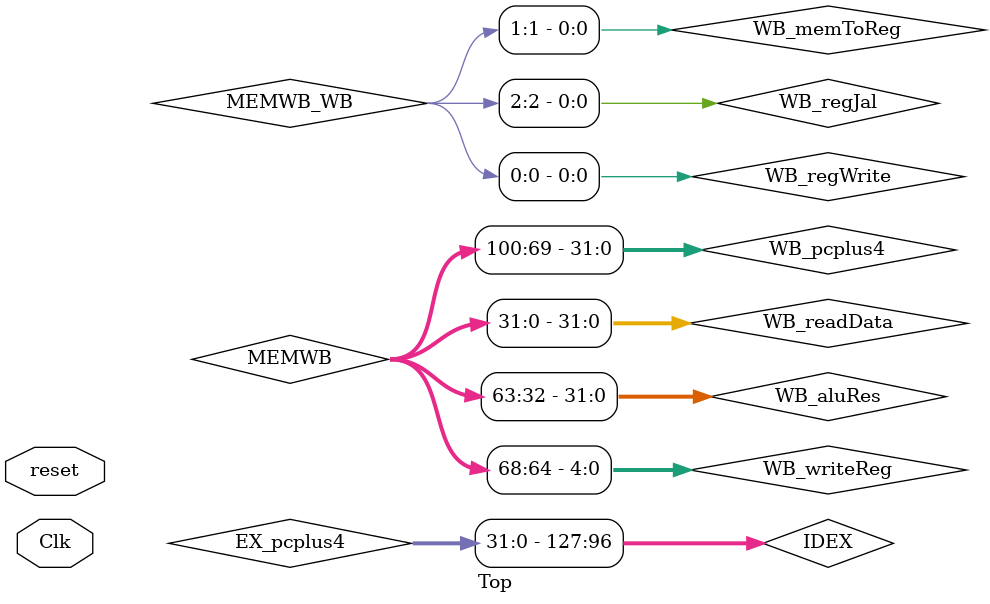
<source format=v>
`timescale 1ns / 1ps


module Top(
    input Clk,
    input reset
    );

/*********************************************************************************************/
    // IF
    wire [31:0] IF_newpc;
    wire [31:0] IF_pc;
    wire [31:0] IF_inst;
    wire [31:0] IF_pcplus4;
    assign IF_pcplus4 = IF_pc + 4;

    wire pcSrc;
    wire [31:0] ID_branchpc;
    wire IF_jump;
    assign IF_jump = IF_inst[31:26] == 6'b000010 || IF_inst[31:26] == 6'b000011;
    assign IF_newpc = IF_jump ? {IF_pcplus4[31:28], IF_inst[25:0], 2'b0}
                    : (pcSrc ? ID_branchpc : IF_pc + 4);

    InstMemory instMemory (
        .address(IF_pc),
        .inst(IF_inst)
    );

    wire stall;
    Register#(.MSB(31)) PC (
        .Clk(Clk),
        .reset(reset),
        .write(!stall),
        .in(IF_newpc),
        .out(IF_pc)
    );

////////////////////////////////////////////////
    parameter IFID_MSB = 63;
    wire [IFID_MSB:0] IFID;
    // 31:0 inst 32
    // 63:32 pc+4 32
    Register#(.MSB(IFID_MSB)) IFID_reg (
        .Clk(Clk),
        .reset(reset),
        .write(1),
        .in(pcSrc || stall ? 0 : {IF_pc + 4, IF_inst}),
        .out(IFID)
    );
/*********************************************************************************************/
    // ID
    wire [31:0] ID_inst;
    wire [31:0] ID_pcplus4;
    assign ID_inst = IFID[31:0];
    assign ID_pcplus4 = IFID[63:32];

    wire [31:0] ID_imm;
    wire [31:0] ID_readData1;
    wire [31:0] ID_readData2;

    wire ID_regDst;
    wire ID_regJal;
    wire ID_aluSrc;
    wire ID_lui;
    wire ID_memToReg;
    wire ID_regWrite;
    wire ID_memRead;
    wire ID_memWrite;
    wire ID_beq;
    wire ID_bne;
    wire [2:0] ID_aluOp;
    wire ID_jr;
    wire ID_extOp;
    Ctr ctr (
        .opCode(ID_inst[31:26]),
        .funct(ID_inst[5:0]),
        .regDst(ID_regDst), // EX
        .regJal(ID_regJal), // WB EX
        .aluSrc(ID_aluSrc), // EX
        .lui(ID_lui), // EX
        .memToReg(ID_memToReg), // WB
        .regWrite(ID_regWrite), // WB
        .memRead(ID_memRead), // M
        .memWrite(ID_memWrite), // M
        .beq(ID_beq),
        .bne(ID_bne),
        .aluOp(ID_aluOp), // EX
        .jr(ID_jr),
        .extOp(ID_extOp) // ID
    );

    wire [4:0] WB_writeReg;
    wire WB_regWrite;
    wire [31:0] WB_writeData;
    Registers registers (
        .Clk(Clk),
        .reset(reset),
        .readReg1(ID_inst[25:21]),
        .readReg2(ID_inst[20:16]),
        .writeReg(WB_writeReg),
        .writeData(WB_writeData),
        .regWrite(WB_regWrite),
        .readData1(ID_readData1),
        .readData2(ID_readData2)
    );

    Signext signext (
        .extOp(ID_extOp),
        .inst(ID_inst[15:0]),
        .data(ID_imm)
    );

    wire [1:0] forwardA;
    wire [1:0] forwardB;
    wire [31:0] regData1;
    wire [31:0] regData2;
    wire [31:0] forwardALU;
    wire [31:0] MEM_writeData;
    wire [31:0] EX_pcplus4;
    wire [31:0] EX_aluRes;
    wire IDEX_regJal;
    
    assign forwardALU = IDEX_regJal ? EX_pcplus4 : EX_aluRes; // jal == 1
    assign regData1 = forwardA == 2'b10 ? forwardALU : (forwardA == 2'b01 ? MEM_writeData : ID_readData1);
    assign regData2 = forwardB == 2'b10 ? forwardALU : (forwardB == 2'b01 ? MEM_writeData : ID_readData2);

    wire ID_branch;
    assign ID_branch = (ID_beq && regData1 == regData2) || (ID_bne && regData1 != regData2);
    assign pcSrc = ID_jr || ID_branch;
    assign ID_branchpc = ID_jr ? regData1 :
        (ID_branch ? (ID_imm << 2) + ID_pcplus4 : 0); // 0 is not used

////////////////////////////////////////////////
    parameter IDEX_MSB = 142;
    wire [IDEX_MSB:0] IDEX;
    // 31:0 imm 32
    // 63:32 readData1 32
    // 95:64 readData2 32
    // 127:96 pc+4 32
    // 132:128 ID_inst[15:11] 5
    // 137:133 ID_inst[20:16] 5
    // 142:138 ID_inst[25:21] 5

    Register#(.MSB(IDEX_MSB)) IDEX_reg (
        .Clk(Clk),
        .reset(reset),
        .write(1),
        .in({ID_inst[25:21], ID_inst[20:16], ID_inst[15:11], ID_pcplus4, regData2, regData1, ID_imm}),
        .out(IDEX)
    );

// for control signals
    parameter EX_MSB = 6;
    parameter M_MSB = 2;
    parameter WB_MSB = 2;
    wire [EX_MSB:0] IDEX_EX;
    // [2:0] aluOp 3
    // [3] aluSrc 1
    // [4] regJal 1
    // [5] regDst 1
    // [6] lui 1

    wire [M_MSB:0] IDEX_M;
    // [0] beq 1
    // [1] memWrite 1
    // [2] memRead 1

    wire [WB_MSB:0] IDEX_WB;
    assign IDEX_regJal = IDEX_WB[2];
    // [0] regWrite 1
    // [1] memToReg 1
    // [2] regJal 1

    Register#(.MSB(EX_MSB)) IDEX_EX_reg (
        .Clk(Clk),
        .reset(reset),
        .write(1),
        .in({ID_lui, ID_regDst, ID_regJal, ID_aluSrc, ID_aluOp}),
        .out(IDEX_EX)
    );
    Register#(.MSB(M_MSB)) IDEX_M_reg (
        .Clk(Clk),
        .reset(reset),
        .write(1),
        .in({ID_memRead, ID_memWrite, ID_beq}),
        .out(IDEX_M)
    );
    Register#(.MSB(WB_MSB)) IDEX_WB_reg (
        .Clk(Clk),
        .reset(reset),
        .write(1),
        .in({ID_regJal, ID_memToReg, ID_regWrite}),
        .out(IDEX_WB)
    );
/*********************************************************************************************/
    // EX
    wire [31:0] EX_imm;
    wire [31:0] EX_readData1;
    wire [31:0] EX_readData2;
    assign EX_imm = IDEX[31:0];
    assign EX_readData1 = IDEX[63:32];
    assign EX_readData2 = IDEX[95:64];
    assign EX_pcplus4 = IDEX[127:96];

    wire EX_lui;
    wire EX_regDst;
    wire EX_regJal;
    wire EX_aluSrc;
    wire [2:0] EX_aluOp;
    assign EX_lui = IDEX_EX[6];
    assign EX_regDst = IDEX_EX[5];
    assign EX_regJal = IDEX_EX[4];
    assign EX_aluSrc = IDEX_EX[3];
    assign EX_aluOp  = IDEX_EX[2:0];

    wire [31:0] input1;
    wire [31:0] input2;
    wire EX_zero;
    wire [31:0] EX_branchpc;
    wire [4:0] EX_writeReg;
    assign EX_writeReg = EX_regJal ? 31 : (EX_regDst ? IDEX[132:128] : IDEX[137:133]);
    wire EX_aluSrc1;
    wire [3:0] EX_aluCtrOut;

    ALUCtr aluCtr (
        .funct(EX_imm[5:0]), 
        .aluOp(EX_aluOp),
        .lui(EX_lui),
        .aluSrc1(EX_aluSrc1),
        .aluCtrOut(EX_aluCtrOut)
    );

    ALU alu (
        .input1(input1),
        .input2(input2),
        .aluCtr(EX_aluCtrOut),
        .zero(EX_zero),
        .aluRes(EX_aluRes)
    );
 
    wire [WB_MSB:0] EXMEM_WB;
    wire [31:0] MEM_pcplus4;
    wire [31:0] MEM_aluRes;

    assign input1 = EX_aluSrc1 ? EX_imm[10:6] : EX_readData1;
    assign input2 = EX_aluSrc ? EX_imm : EX_readData2;


////////////////////////////////////////////////
    parameter EXMEM_MSB = 133;
    wire [EXMEM_MSB:0] EXMEM;
    // 31:0 readData2 32
    // 63:32 aluRes 32
    // 64:64 zero 1
    // 96:65 branchpc 32
    // 101:97 writeReg 5
    // 133:102 pc+4 32

    Register#(.MSB(EXMEM_MSB)) EXMEM_reg (
        .Clk(Clk),
        .reset(reset),
        .write(1),
        .in({EX_pcplus4, EX_writeReg, EX_branchpc, EX_zero, EX_aluRes, EX_readData2}),
        .out(EXMEM)
    );

    wire [M_MSB:0] EXMEM_M;

    Register#(.MSB(M_MSB)) EXMEM_M_reg (
        .Clk(Clk),
        .reset(reset),
        .write(1),
        .in(IDEX_M),
        .out(EXMEM_M)
    );
    Register#(.MSB(WB_MSB)) EXMEM_WB_reg (
        .Clk(Clk),
        .reset(reset),
        .write(1),
        .in(IDEX_WB),
        .out(EXMEM_WB)
    );
/*********************************************************************************************/
    // MEM
    wire [31:0] MEM_readData2;
    wire MEM_zero;
    assign MEM_aluRes = EXMEM[63:32];
    assign MEM_readData2 = EXMEM[31:0];
    assign MEM_zero = EXMEM[64];
//    assign MEM_branchpc = EXMEM[96:65];
    assign MEM_pcplus4 = EXMEM[133:102];

    wire MEM_beq;
    wire MEM_memWrite;
    wire MEM_memRead;
    assign MEM_beq   = EXMEM_M[0];
    assign MEM_memWrite = EXMEM_M[1];
    assign MEM_memRead  = EXMEM_M[2];

    wire [31:0] MEM_readData;


    DataMemory dataMemory (
        .Clk(Clk),
        .address(MEM_aluRes),
        .writeData(MEM_readData2),
        .memWrite(MEM_memWrite),
        .memRead(MEM_memRead),
        .readData(MEM_readData)
    );

    wire MEM_memToReg;
    wire MEM_regJal;
//    assign MEM_regWrite = EXMEM_WB[0];
    assign MEM_memToReg = EXMEM_WB[1];
    assign MEM_regJal   = EXMEM_WB[2];

    assign MEM_writeData = MEM_regJal ? MEM_pcplus4 : (MEM_memToReg ? MEM_readData : MEM_aluRes);

////////////////////////////////////////////////
    parameter MEMWB_MSB = 100;
    wire [MEMWB_MSB:0] MEMWB;
    // 31:0 readData 32
    // 63:32 aluRes 32
    // 68:64 writeReg 5
    // 100:69 pc+4 32

    Register#(.MSB(MEMWB_MSB)) MEMWB_reg (
        .Clk(Clk),
        .reset(reset),
        .write(1),
        .in({MEM_pcplus4, EXMEM[101:97], MEM_aluRes, MEM_readData}),
        .out(MEMWB)
    );

    wire [WB_MSB:0] MEMWB_WB;

    Register#(.MSB(WB_MSB)) MEMWB_WB_reg (
        .Clk(Clk),
        .reset(reset),
        .write(1),
        .in(EXMEM_WB),
        .out(MEMWB_WB)
    );
/*********************************************************************************************/
    // WB
    wire [31:0] WB_aluRes;
    wire [31:0] WB_readData;
    wire [31:0] WB_pcplus4;
    assign WB_aluRes = MEMWB[63:32];
    assign WB_readData = MEMWB[31:0];
    assign WB_writeReg = MEMWB[68:64];
    assign WB_pcplus4 = MEMWB[100:69];

    wire WB_memToReg;
    wire WB_regJal;
    assign WB_regWrite = MEMWB_WB[0];
    assign WB_memToReg = MEMWB_WB[1];
    assign WB_regJal   = MEMWB_WB[2];


    assign WB_writeData = WB_regJal ? WB_pcplus4 : (WB_memToReg ? WB_readData : WB_aluRes);
/*********************************************************************************************/
    Forward forward (
        .EXMEM_regWrite(IDEX_WB[0]),
        .MEMWB_regWrite(EXMEM_WB[0]),
        .EXMEM_rd(EX_writeReg),
        .MEMWB_rd(EXMEM[101:97]),
        .IDEX_rt(ID_inst[20:16]), // 20:16
        .IDEX_rs(ID_inst[25:21]), // 25:21
        .forwardA(forwardA),
        .forwardB(forwardB)
    );

    Stall stal (
        .IDEX_memRead(ID_memRead),
        .IDEX_rt(ID_inst[20:16]),
        .IFID_rs(IF_inst[25:21]),
        .IFID_rt(IF_inst[20:16]),
        .stall(stall)
    );

endmodule

</source>
